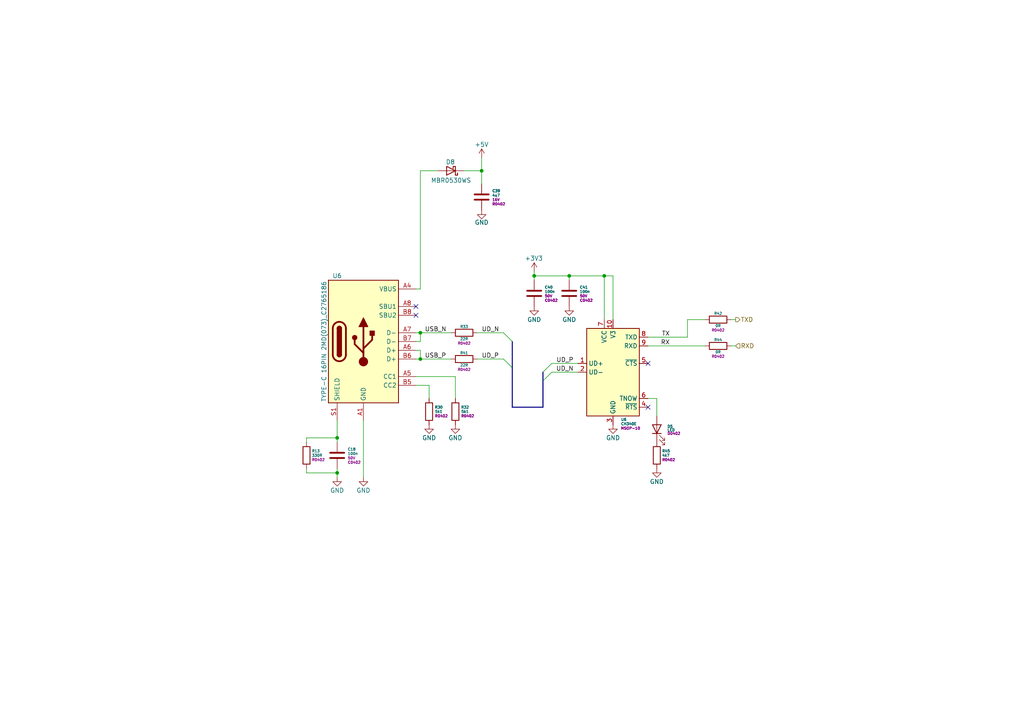
<source format=kicad_sch>
(kicad_sch (version 20250114) (generator "eeschema") (generator_version "9.0")
  (paper "A4")
  (lib_symbols
    (symbol "Device:C" (pin_numbers (hide yes)) (pin_names (offset 0.254))
      (property "Reference" "C" (at 0.635 2.54 0))
      (property "Value" "C" (at 0.635 -2.54 0))
      (symbol "C_0_1"
        (polyline (pts (xy -2.032 0.762) (xy 2.032 0.762)) (stroke (width 0.508)))
        (polyline (pts (xy -2.032 -0.762) (xy 2.032 -0.762)) (stroke (width 0.508)))
      )
      (symbol "C_1_1"
        (pin passive line (at 0 3.81 270) (length 2.794) (name "~") (number "1"))
        (pin passive line (at 0 -3.81 90) (length 2.794) (name "~") (number "2"))
      )
    )
    (symbol "Device:D_Schottky" (pin_numbers (hide yes)) (pin_names (offset 1.016) (hide yes))
      (property "Reference" "D" (at 0 2.54 0))
      (property "Value" "D_Schottky" (at 0 -2.54 0))
      (symbol "D_Schottky_0_1"
        (polyline (pts (xy -1.905 0.635) (xy -1.905 1.27) (xy -1.27 1.27) (xy -1.27 -1.27) (xy -0.635 -1.27) (xy -0.635 -0.635)) (stroke (width 0.254)))
        (polyline (pts (xy 1.27 1.27) (xy 1.27 -1.27) (xy -1.27 0) (xy 1.27 1.27)) (stroke (width 0.254)))
        (polyline (pts (xy 1.27 0) (xy -1.27 0)))
      )
      (symbol "D_Schottky_1_1"
        (pin passive line (at -3.81 0 0) (length 2.54) (name "K") (number "1"))
        (pin passive line (at 3.81 0 180) (length 2.54) (name "A") (number "2"))
      )
    )
    (symbol "Device:LED" (pin_numbers (hide yes)) (pin_names (offset 1.016) (hide yes))
      (property "Reference" "D" (at 0 2.54 0))
      (property "Value" "LED" (at 0 -2.54 0))
      (symbol "LED_0_1"
        (polyline (pts (xy -3.048 -0.762) (xy -4.572 -2.286) (xy -3.81 -2.286) (xy -4.572 -2.286) (xy -4.572 -1.524)))
        (polyline (pts (xy -1.778 -0.762) (xy -3.302 -2.286) (xy -2.54 -2.286) (xy -3.302 -2.286) (xy -3.302 -1.524)))
        (polyline (pts (xy -1.27 0) (xy 1.27 0)))
        (polyline (pts (xy -1.27 -1.27) (xy -1.27 1.27)) (stroke (width 0.254)))
        (polyline (pts (xy 1.27 -1.27) (xy 1.27 1.27) (xy -1.27 0) (xy 1.27 -1.27)) (stroke (width 0.254)))
      )
      (symbol "LED_1_1"
        (pin passive line (at -3.81 0 0) (length 2.54) (name "K") (number "1"))
        (pin passive line (at 3.81 0 180) (length 2.54) (name "A") (number "2"))
      )
    )
    (symbol "Device:R" (pin_numbers (hide yes)) (pin_names (offset 0))
      (property "Reference" "R" (at 2.032 0 90))
      (property "Value" "R" (at 0 0 90))
      (symbol "R_0_1"
        (rectangle (start -1.016 -2.54) (end 1.016 2.54) (stroke (width 0.254)))
      )
      (symbol "R_1_1"
        (pin passive line (at 0 3.81 270) (length 1.27) (name "~") (number "1"))
        (pin passive line (at 0 -3.81 90) (length 1.27) (name "~") (number "2"))
      )
    )
    (symbol "ESP32_C6_MINI:USB_C_modified"
      (property "Reference" "U" (at 0 3.81 0))
      (property "Value" "TYPE-C 16PIN 2MD(073)_C2765186" (at 10.16 1.27 0))
      (symbol "USB_C_modified_0_1"
        (rectangle (start 0 0) (end 20.32 -35.56) (stroke (width 0.254)) (fill (type background)))
        (polyline (pts (xy 1.27 -21.59) (xy 1.27 -13.97)) (stroke (width 0.508)))
        (rectangle (start 2.54 -21.59) (end 3.81 -13.97) (stroke (width 0.254)) (fill (type outline)))
        (arc (start 2.54 -13.97) (mid 3.175 -13.3377) (end 3.81 -13.97) (stroke (width 0.254)))
        (arc (start 2.54 -13.97) (mid 3.175 -13.3377) (end 3.81 -13.97) (stroke (width 0.254)) (fill (type outline)))
        (arc (start 1.27 -13.97) (mid 3.175 -12.0733) (end 5.08 -13.97) (stroke (width 0.508)))
        (arc (start 5.08 -21.59) (mid 3.175 -23.4867) (end 1.27 -21.59) (stroke (width 0.508)))
        (arc (start 3.81 -21.59) (mid 3.175 -22.2223) (end 2.54 -21.59) (stroke (width 0.254)))
        (arc (start 3.81 -21.59) (mid 3.175 -22.2223) (end 2.54 -21.59) (stroke (width 0.254)) (fill (type outline)))
        (polyline (pts (xy 5.08 -13.97) (xy 5.08 -21.59)) (stroke (width 0.508)))
        (circle (center 7.62 -16.637) (radius 0.635) (stroke (width 0.254)) (fill (type outline)))
        (polyline (pts (xy 8.89 -13.462) (xy 10.16 -10.922) (xy 11.43 -13.462) (xy 8.89 -13.462)) (stroke (width 0.254)) (fill (type outline)))
        (polyline (pts (xy 10.16 -19.812) (xy 12.7 -17.272) (xy 12.7 -16.002)) (stroke (width 0.508)))
        (polyline (pts (xy 10.16 -21.082) (xy 7.62 -18.542) (xy 7.62 -17.272)) (stroke (width 0.508)))
        (polyline (pts (xy 10.16 -23.622) (xy 10.16 -13.462)) (stroke (width 0.508)))
        (circle (center 10.16 -23.622) (radius 1.27) (fill (type outline)))
        (rectangle (start 12.065 -16.002) (end 13.335 -14.732) (stroke (width 0.254)) (fill (type outline)))
      )
      (symbol "USB_C_modified_1_1"
        (pin passive line (at 2.54 -40.64 90) (length 5.08) (name "SHIELD") (number "S1"))
        (pin passive line (at 10.16 -40.64 90) (length 5.08) (name "GND") (number "A1"))
        (pin passive line (at 10.16 -40.64 90) (length 5.08) (hide yes) (name "GND") (number "A12"))
        (pin passive line (at 10.16 -40.64 90) (length 5.08) (hide yes) (name "GND") (number "B1"))
        (pin passive line (at 10.16 -40.64 90) (length 5.08) (hide yes) (name "GND") (number "B12"))
        (pin passive line (at 25.4 -2.54 180) (length 5.08) (name "VBUS") (number "A4"))
        (pin passive line (at 25.4 -2.54 180) (length 5.08) (hide yes) (name "VBUS") (number "A9"))
        (pin passive line (at 25.4 -2.54 180) (length 5.08) (hide yes) (name "VBUS") (number "B4"))
        (pin passive line (at 25.4 -2.54 180) (length 5.08) (hide yes) (name "VBUS") (number "B9"))
        (pin bidirectional line (at 25.4 -7.62 180) (length 5.08) (name "SBU1") (number "A8"))
        (pin bidirectional line (at 25.4 -10.16 180) (length 5.08) (name "SBU2") (number "B8"))
        (pin bidirectional line (at 25.4 -15.24 180) (length 5.08) (name "D-") (number "A7"))
        (pin bidirectional line (at 25.4 -17.78 180) (length 5.08) (name "D-") (number "B7"))
        (pin bidirectional line (at 25.4 -20.32 180) (length 5.08) (name "D+") (number "A6"))
        (pin bidirectional line (at 25.4 -22.86 180) (length 5.08) (name "D+") (number "B6"))
        (pin bidirectional line (at 25.4 -27.94 180) (length 5.08) (name "CC1") (number "A5"))
        (pin bidirectional line (at 25.4 -30.48 180) (length 5.08) (name "CC2") (number "B5"))
      )
    )
    (symbol "Interface_USB:CH340E"
      (property "Reference" "U" (at -5.08 13.97 0))
      (property "Value" "CH340E" (at 1.27 13.97 0))
      (symbol "CH340E_0_1"
        (rectangle (start -7.62 12.7) (end 7.62 -12.7) (stroke (width 0.254)) (fill (type background)))
      )
      (symbol "CH340E_1_1"
        (pin bidirectional line (at -10.16 2.54 0) (length 2.54) (name "UD+") (number "1"))
        (pin bidirectional line (at -10.16 0 0) (length 2.54) (name "UD-") (number "2"))
        (pin power_in line (at -2.54 15.24 270) (length 2.54) (name "VCC") (number "7"))
        (pin power_out line (at 0 15.24 270) (length 2.54) (name "V3") (number "10"))
        (pin power_in line (at 0 -15.24 90) (length 2.54) (name "GND") (number "3"))
        (pin output line (at 10.16 10.16 180) (length 2.54) (name "TXD") (number "8"))
        (pin input line (at 10.16 7.62 180) (length 2.54) (name "RXD") (number "9"))
        (pin input line (at 10.16 2.54 180) (length 2.54) (name "~{CTS}") (number "5"))
        (pin output line (at 10.16 -7.62 180) (length 2.54) (name "TNOW") (number "6"))
        (pin output line (at 10.16 -10.16 180) (length 2.54) (name "~{RTS}") (number "4"))
      )
    )
    (symbol "power:+3V3" (power) (pin_names (offset 0))
      (property "Value" "+3V3" (at 0 3.556 0))
      (symbol "+3V3_0_1"
        (polyline (pts (xy -0.762 1.27) (xy 0 2.54)))
        (polyline (pts (xy 0 2.54) (xy 0.762 1.27)))
        (polyline (pts (xy 0 0) (xy 0 2.54)))
      )
      (symbol "+3V3_1_1"
        (pin power_in line (at 0 0 90) (length 0) (hide yes) (name "+3V3") (number "1"))
      )
    )
    (symbol "power:+5V" (power) (pin_names (offset 0))
      (property "Value" "+5V" (at 0 3.556 0))
      (symbol "+5V_0_1"
        (polyline (pts (xy -0.762 1.27) (xy 0 2.54)))
        (polyline (pts (xy 0 2.54) (xy 0.762 1.27)))
        (polyline (pts (xy 0 0) (xy 0 2.54)))
      )
      (symbol "+5V_1_1"
        (pin power_in line (at 0 0 90) (length 0) (hide yes) (name "+5V") (number "1"))
      )
    )
    (symbol "power:GND" (power) (pin_names (offset 0))
      (property "Value" "GND" (at 0 -3.81 0))
      (symbol "GND_0_1"
        (polyline (pts (xy 0 0) (xy 0 -1.27) (xy 1.27 -1.27) (xy 0 -2.54) (xy -1.27 -1.27) (xy 0 -1.27)))
      )
      (symbol "GND_1_1"
        (pin power_in line (at 0 0 270) (length 0) (hide yes) (name "GND") (number "1"))
      )
    )
  )
  (junction (at 154.94 80.01))
  (junction (at 97.79 127))
  (junction (at 97.79 137.16))
  (junction (at 121.92 104.14))
  (junction (at 175.26 80.01))
  (junction (at 121.92 96.52))
  (junction (at 139.7 49.53))
  (junction (at 165.1 80.01))
  (no_connect (at 120.65 88.9))
  (no_connect (at 187.96 105.41))
  (no_connect (at 120.65 91.44))
  (no_connect (at 187.96 118.11))
  (bus_entry (at 146.05 104.14) (size 2.54 2.54))
  (bus_entry (at 146.05 96.52) (size 2.54 2.54))
  (bus_entry (at 160.02 105.41) (size -2.54 2.54))
  (bus_entry (at 160.02 107.95) (size -2.54 2.54))
  (bus (pts (xy 157.48 110.49) (xy 157.48 118.11)))
  (wire (pts (xy 97.79 127) (xy 97.79 128.27)))
  (wire (pts (xy 139.7 49.53) (xy 139.7 53.34)))
  (wire (pts (xy 120.65 99.06) (xy 121.92 99.06)))
  (wire (pts (xy 121.92 49.53) (xy 127 49.53)))
  (wire (pts (xy 154.94 80.01) (xy 165.1 80.01)))
  (bus (pts (xy 148.59 118.11) (xy 148.59 106.68)))
  (wire (pts (xy 154.94 78.74) (xy 154.94 80.01)))
  (wire (pts (xy 213.36 92.71) (xy 212.09 92.71)))
  (wire (pts (xy 132.08 109.22) (xy 132.08 115.57)))
  (wire (pts (xy 97.79 121.92) (xy 97.79 127)))
  (wire (pts (xy 175.26 80.01) (xy 177.8 80.01)))
  (wire (pts (xy 121.92 96.52) (xy 130.81 96.52)))
  (wire (pts (xy 88.9 137.16) (xy 97.79 137.16)))
  (wire (pts (xy 120.65 96.52) (xy 121.92 96.52)))
  (wire (pts (xy 121.92 49.53) (xy 121.92 83.82)))
  (wire (pts (xy 165.1 80.01) (xy 165.1 81.28)))
  (wire (pts (xy 120.65 104.14) (xy 121.92 104.14)))
  (wire (pts (xy 138.43 96.52) (xy 146.05 96.52)))
  (wire (pts (xy 138.43 104.14) (xy 146.05 104.14)))
  (wire (pts (xy 204.47 100.33) (xy 187.96 100.33)))
  (wire (pts (xy 120.65 83.82) (xy 121.92 83.82)))
  (wire (pts (xy 88.9 127) (xy 97.79 127)))
  (bus (pts (xy 148.59 99.06) (xy 148.59 106.68)))
  (wire (pts (xy 139.7 45.72) (xy 139.7 49.53)))
  (wire (pts (xy 199.39 97.79) (xy 187.96 97.79)))
  (wire (pts (xy 177.8 80.01) (xy 177.8 92.71)))
  (wire (pts (xy 105.41 138.43) (xy 105.41 121.92)))
  (wire (pts (xy 124.46 111.76) (xy 124.46 115.57)))
  (bus (pts (xy 157.48 107.95) (xy 157.48 110.49)))
  (wire (pts (xy 88.9 128.27) (xy 88.9 127)))
  (wire (pts (xy 167.64 105.41) (xy 160.02 105.41)))
  (wire (pts (xy 190.5 115.57) (xy 190.5 120.65)))
  (wire (pts (xy 175.26 80.01) (xy 175.26 92.71)))
  (bus (pts (xy 148.59 118.11) (xy 157.48 118.11)))
  (wire (pts (xy 88.9 135.89) (xy 88.9 137.16)))
  (wire (pts (xy 199.39 92.71) (xy 199.39 97.79)))
  (wire (pts (xy 213.36 100.33) (xy 212.09 100.33)))
  (wire (pts (xy 120.65 109.22) (xy 132.08 109.22)))
  (wire (pts (xy 134.62 49.53) (xy 139.7 49.53)))
  (wire (pts (xy 121.92 96.52) (xy 121.92 99.06)))
  (wire (pts (xy 121.92 104.14) (xy 130.81 104.14)))
  (wire (pts (xy 97.79 138.43) (xy 97.79 137.16)))
  (wire (pts (xy 121.92 101.6) (xy 121.92 104.14)))
  (wire (pts (xy 154.94 80.01) (xy 154.94 81.28)))
  (wire (pts (xy 97.79 137.16) (xy 97.79 135.89)))
  (wire (pts (xy 120.65 101.6) (xy 121.92 101.6)))
  (wire (pts (xy 187.96 115.57) (xy 190.5 115.57)))
  (wire (pts (xy 167.64 107.95) (xy 160.02 107.95)))
  (wire (pts (xy 120.65 111.76) (xy 124.46 111.76)))
  (wire (pts (xy 204.47 92.71) (xy 199.39 92.71)))
  (wire (pts (xy 165.1 80.01) (xy 175.26 80.01)))
  (label "TX" (at 194.31 97.79 180))
  (label "USB_N" (at 123.19 96.52 0))
  (label "USB_P" (at 123.19 104.14 0))
  (label "UD_P" (at 139.7 104.14 0))
  (label "UD_P" (at 166.37 105.41 180))
  (label "UD_N" (at 139.7 96.52 0))
  (label "UD_N" (at 166.37 107.95 180))
  (label "RX" (at 194.31 100.33 180))
  (hierarchical_label "TXD" (shape output) (at 213.36 92.71 0))
  (hierarchical_label "RXD" (shape input) (at 213.36 100.33 0))
  (symbol (lib_id "ESP32_C6_MINI:USB_C_modified") (at 95.25 81.28 0) (unit 1)
    (property "Reference" "U6" (at 97.79 80.01 0))
    (property "Value" "TYPE-C 16PIN 2MD(073)_C2765186" (at 93.98 99.06 90))
    (property "Footprint" "Connector_USB:USB_C_Receptacle_Palconn_UTC16-G" (effects (hide yes)))
  )
  (symbol (lib_id "Device:R") (at 208.28 92.71 270) (unit 1)
    (property "Reference" "R42" (at 208.28 90.932 90) (effects (font (size 0.762 0.762))))
    (property "Value" "0R" (at 208.28 94.488 90) (effects (font (size 0.762 0.762))))
    (property "Footprint" "PCM_Resistor_SMD_AKL:R_0402_1005Metric" (effects (hide yes)))
    (property "Description" "Resistor" (effects (hide yes)))
    (property "Field5" "R0402" (at 208.28 95.758 90) (effects (font (size 0.762 0.762))))
  )
  (symbol (lib_id "Device:LED") (at 190.5 124.46 90) (unit 1)
    (property "Reference" "D5" (at 193.548 123.698 90) (effects (font (size 0.762 0.762)) (justify right)))
    (property "Value" "LED" (at 193.548 124.714 90) (effects (font (size 0.762 0.762)) (justify right)))
    (property "Footprint" "Diode_SMD:D_0402_1005Metric" (effects (hide yes)))
    (property "Field5" "D0402" (at 193.548 125.73 90) (effects (font (size 0.762 0.762)) (justify right)))
  )
  (symbol (lib_id "power:GND") (at 177.8 123.19 0) (unit 1)
    (property "Reference" "#PWR093" (effects (hide yes)))
    (property "Value" "GND" (at 177.8 127 0))
  )
  (symbol (lib_id "power:GND") (at 165.1 88.9 0) (unit 1)
    (property "Reference" "#PWR092" (effects (hide yes)))
    (property "Value" "GND" (at 165.1 92.71 0))
  )
  (symbol (lib_id "Device:R") (at 208.28 100.33 270) (unit 1)
    (property "Reference" "R44" (at 208.28 98.552 90) (effects (font (size 0.762 0.762))))
    (property "Value" "0R" (at 208.28 102.108 90) (effects (font (size 0.762 0.762))))
    (property "Footprint" "PCM_Resistor_SMD_AKL:R_0402_1005Metric" (effects (hide yes)))
    (property "Description" "Resistor" (effects (hide yes)))
    (property "Field5" "R0402" (at 208.28 103.378 90) (effects (font (size 0.762 0.762))))
  )
  (symbol (lib_id "Device:C") (at 139.7 57.15 0) (unit 1)
    (property "Reference" "C39" (at 142.748 55.372 0) (effects (font (size 0.762 0.762)) (justify left)))
    (property "Value" "4u7" (at 142.748 56.642 0) (effects (font (size 0.762 0.762)) (justify left)))
    (property "Footprint" "Capacitor_SMD:C_0402_1005Metric" (effects (hide yes)))
    (property "Description" "Unpolarized capacitor" (effects (hide yes)))
    (property "Field5" "R0402" (at 142.748 59.182 0) (effects (font (size 0.762 0.762)) (justify left)))
    (property "Field6" "16V" (at 142.748 57.912 0) (effects (font (size 0.762 0.762)) (justify left)))
  )
  (symbol (lib_id "power:GND") (at 139.7 60.96 0) (unit 1)
    (property "Reference" "#PWR084" (effects (hide yes)))
    (property "Value" "GND" (at 139.7 64.516 0))
    (property "Description" "Power symbol creates a global label with name \"GND\" , ground" (effects (hide yes)))
  )
  (symbol (lib_id "power:+3V3") (at 154.94 78.74 0) (mirror y) (unit 1)
    (property "Reference" "#PWR086" (effects (hide yes)))
    (property "Value" "+3V3" (at 157.48 74.93 0) (effects (justify left)))
  )
  (symbol (lib_id "power:GND") (at 105.41 138.43 0) (unit 1)
    (property "Reference" "#PWR046" (effects (hide yes)))
    (property "Value" "GND" (at 105.41 142.24 0))
  )
  (symbol (lib_id "power:GND") (at 190.5 135.89 0) (unit 1)
    (property "Reference" "#PWR099" (effects (hide yes)))
    (property "Value" "GND" (at 190.5 139.7 0))
  )
  (symbol (lib_id "power:GND") (at 154.94 88.9 0) (unit 1)
    (property "Reference" "#PWR090" (effects (hide yes)))
    (property "Value" "GND" (at 154.94 92.71 0))
  )
  (symbol (lib_id "Device:C") (at 97.79 132.08 0) (unit 1)
    (property "Reference" "C18" (at 100.838 130.302 0) (effects (font (size 0.762 0.762)) (justify left)))
    (property "Value" "100n" (at 100.838 131.572 0) (effects (font (size 0.762 0.762)) (justify left)))
    (property "Footprint" "Capacitor_SMD:C_0402_1005Metric" (effects (hide yes)))
    (property "Description" "Unpolarized capacitor" (effects (hide yes)))
    (property "Field5" "C0402" (at 100.838 134.112 0) (effects (font (size 0.762 0.762)) (justify left)))
    (property "Field6" "50V" (at 100.838 132.842 0) (effects (font (size 0.762 0.762)) (justify left)))
  )
  (symbol (lib_id "Device:C") (at 154.94 85.09 0) (unit 1)
    (property "Reference" "C40" (at 157.988 83.312 0) (effects (font (size 0.762 0.762)) (justify left)))
    (property "Value" "100n" (at 157.988 84.582 0) (effects (font (size 0.762 0.762)) (justify left)))
    (property "Footprint" "Capacitor_SMD:C_0402_1005Metric" (effects (hide yes)))
    (property "Description" "Unpolarized capacitor" (effects (hide yes)))
    (property "Field5" "C0402" (at 157.988 87.122 0) (effects (font (size 0.762 0.762)) (justify left)))
    (property "Field6" "50V" (at 157.988 85.852 0) (effects (font (size 0.762 0.762)) (justify left)))
  )
  (symbol (lib_id "Device:R") (at 134.62 104.14 270) (unit 1)
    (property "Reference" "R41" (at 134.62 102.362 90) (effects (font (size 0.762 0.762))))
    (property "Value" "22R" (at 134.62 105.918 90) (effects (font (size 0.762 0.762))))
    (property "Footprint" "PCM_Resistor_SMD_AKL:R_0402_1005Metric" (effects (hide yes)))
    (property "Description" "Resistor" (effects (hide yes)))
    (property "Field5" "R0402" (at 134.62 107.188 90) (effects (font (size 0.762 0.762))))
  )
  (symbol (lib_id "Device:R") (at 190.5 132.08 180) (unit 1)
    (property "Reference" "R45" (at 192.024 130.81 0) (effects (font (size 0.762 0.762)) (justify right)))
    (property "Value" "4k7" (at 192.024 132.08 0) (effects (font (size 0.762 0.762)) (justify right)))
    (property "Footprint" "PCM_Resistor_SMD_AKL:R_0402_1005Metric" (effects (hide yes)))
    (property "Description" "Resistor" (effects (hide yes)))
    (property "Field5" "R0402" (at 192.024 133.35 0) (effects (font (size 0.762 0.762)) (justify right)))
  )
  (symbol (lib_id "power:GND") (at 124.46 123.19 0) (unit 1)
    (property "Reference" "#PWR075" (effects (hide yes)))
    (property "Value" "GND" (at 124.46 127 0))
  )
  (symbol (lib_id "Interface_USB:CH340E") (at 177.8 107.95 0) (unit 1)
    (property "Reference" "U6" (at 180.086 121.666 0) (effects (font (size 0.762 0.762)) (justify left)))
    (property "Value" "CH340E" (at 180.086 122.936 0) (effects (font (size 0.762 0.762)) (justify left)))
    (property "Footprint" "Package_SO:MSOP-10_3x3mm_P0.5mm" (effects (hide yes)))
    (property "Datasheet" "https://www.mpja.com/download/35227cpdata.pdf" (effects (hide yes)))
    (property "Field5" "MSOP-10" (at 182.88 124.206 0) (effects (font (size 0.762 0.762))))
  )
  (symbol (lib_id "Device:R") (at 134.62 96.52 270) (unit 1)
    (property "Reference" "R33" (at 134.62 94.742 90) (effects (font (size 0.762 0.762))))
    (property "Value" "22R" (at 134.62 98.298 90) (effects (font (size 0.762 0.762))))
    (property "Footprint" "PCM_Resistor_SMD_AKL:R_0402_1005Metric" (effects (hide yes)))
    (property "Description" "Resistor" (effects (hide yes)))
    (property "Field5" "R0402" (at 134.62 99.568 90) (effects (font (size 0.762 0.762))))
  )
  (symbol (lib_id "power:GND") (at 132.08 123.19 0) (unit 1)
    (property "Reference" "#PWR076" (effects (hide yes)))
    (property "Value" "GND" (at 132.08 127 0))
  )
  (symbol (lib_id "Device:R") (at 88.9 132.08 180) (unit 1)
    (property "Reference" "R13" (at 90.424 130.81 0) (effects (font (size 0.762 0.762)) (justify right)))
    (property "Value" "330R" (at 90.424 132.08 0) (effects (font (size 0.762 0.762)) (justify right)))
    (property "Footprint" "PCM_Resistor_SMD_AKL:R_0402_1005Metric" (effects (hide yes)))
    (property "Description" "Resistor" (effects (hide yes)))
    (property "Field5" "R0402" (at 90.424 133.35 0) (effects (font (size 0.762 0.762)) (justify right)))
  )
  (symbol (lib_id "power:+5V") (at 139.7 45.72 0) (mirror y) (unit 1)
    (property "Reference" "#PWR076" (effects (hide yes)))
    (property "Value" "+5V" (at 139.7 41.91 0))
  )
  (symbol (lib_id "Device:R") (at 124.46 119.38 0) (unit 1)
    (property "Reference" "R30" (at 127.254 118.11 0) (effects (font (size 0.762 0.762))))
    (property "Value" "5k1" (at 127.254 119.38 0) (effects (font (size 0.762 0.762))))
    (property "Footprint" "PCM_Resistor_SMD_AKL:R_0402_1005Metric" (effects (hide yes)))
    (property "Description" "Resistor" (effects (hide yes)))
    (property "Field5" "R0402" (at 128.016 120.65 0) (effects (font (size 0.762 0.762))))
  )
  (symbol (lib_id "Device:R") (at 132.08 119.38 0) (unit 1)
    (property "Reference" "R32" (at 134.874 118.11 0) (effects (font (size 0.762 0.762))))
    (property "Value" "5k1" (at 134.874 119.38 0) (effects (font (size 0.762 0.762))))
    (property "Footprint" "PCM_Resistor_SMD_AKL:R_0402_1005Metric" (effects (hide yes)))
    (property "Description" "Resistor" (effects (hide yes)))
    (property "Field5" "R0402" (at 135.636 120.65 0) (effects (font (size 0.762 0.762))))
  )
  (symbol (lib_id "power:GND") (at 97.79 138.43 0) (unit 1)
    (property "Reference" "#PWR045" (effects (hide yes)))
    (property "Value" "GND" (at 97.79 142.24 0))
  )
  (symbol (lib_id "Device:C") (at 165.1 85.09 0) (unit 1)
    (property "Reference" "C41" (at 168.148 83.312 0) (effects (font (size 0.762 0.762)) (justify left)))
    (property "Value" "100n" (at 168.148 84.582 0) (effects (font (size 0.762 0.762)) (justify left)))
    (property "Footprint" "Capacitor_SMD:C_0402_1005Metric" (effects (hide yes)))
    (property "Description" "Unpolarized capacitor" (effects (hide yes)))
    (property "Field5" "C0402" (at 168.148 87.122 0) (effects (font (size 0.762 0.762)) (justify left)))
    (property "Field6" "50V" (at 168.148 85.852 0) (effects (font (size 0.762 0.762)) (justify left)))
  )
  (symbol (lib_id "Device:D_Schottky") (at 130.81 49.53 180) (unit 1)
    (property "Reference" "D8" (at 129.286 46.99 0) (effects (justify right)))
    (property "Value" "MBR0530WS" (at 124.968 52.324 0) (effects (justify right)))
    (property "Footprint" "Diode_SMD:D_SOD-323" (effects (hide yes)))
    (property "Description" "Schottky diode" (effects (hide yes)))
  )
)
</source>
